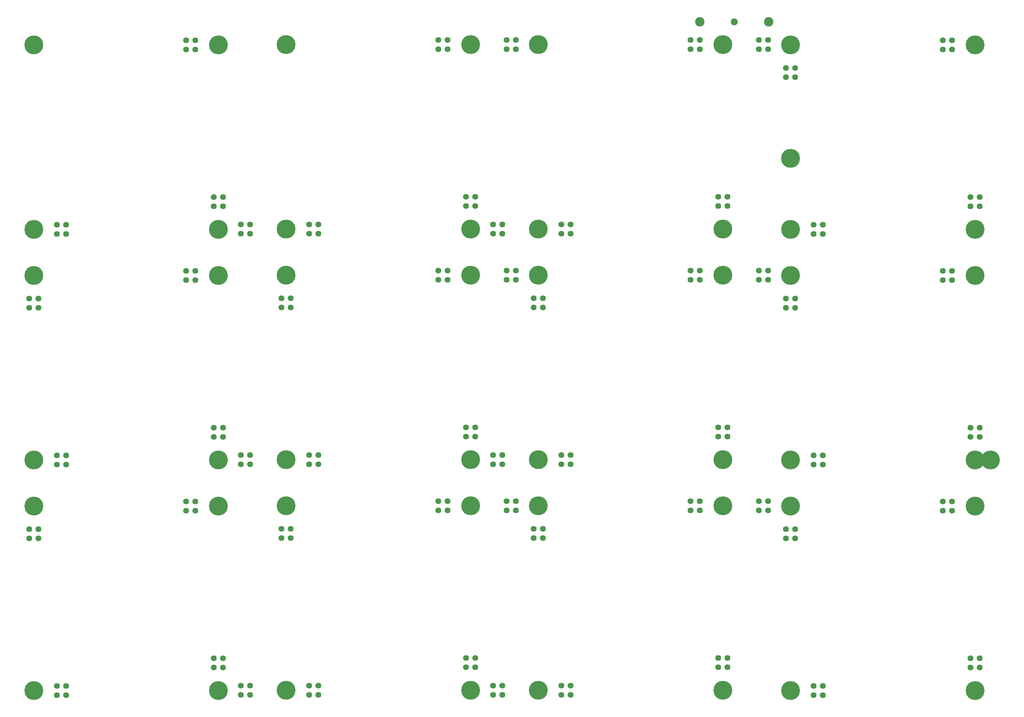
<source format=gts>
G04 Layer: TopSolderMaskLayer*
G04 EasyEDA v6.5.15, 2022-10-06 20:43:05*
G04 d80ca3a9b8d842dca4fe4369d2386359,5a6b42c53f6a479593ecc07194224c93,10*
G04 Gerber Generator version 0.2*
G04 Scale: 100 percent, Rotated: No, Reflected: No *
G04 Dimensions in millimeters *
G04 leading zeros omitted , absolute positions ,4 integer and 5 decimal *
%FSLAX45Y45*%
%MOMM*%

%ADD10C,5.2032*%
%ADD11C,1.6256*%
%ADD12C,2.6016*%
%ADD13C,1.9016*%

%LPD*%
D10*
G01*
X1016000Y15494000D03*
G01*
X6096000Y15494000D03*
G01*
X6096000Y20574000D03*
G01*
X1016000Y7874000D03*
G01*
X6096000Y7874000D03*
G01*
X6096000Y2794000D03*
G01*
X1016000Y2794000D03*
G01*
X6096000Y14224000D03*
G01*
X6096000Y9144000D03*
G01*
X1016000Y9144000D03*
G01*
X21844000Y15494000D03*
G01*
X26924000Y15494000D03*
G01*
X21844000Y20574000D03*
G01*
X21844000Y9144000D03*
G01*
X26924000Y9144000D03*
G01*
X21844000Y14224000D03*
G01*
X21844000Y2794000D03*
G01*
X26924000Y2794000D03*
G01*
X26924000Y7874000D03*
G01*
X21844000Y7874000D03*
G01*
X7957997Y9149105D03*
G01*
X13037997Y9149105D03*
G01*
X14902103Y9149105D03*
G01*
X19982103Y9149105D03*
G01*
X13037997Y15499105D03*
G01*
X14902103Y15499105D03*
G01*
X7957997Y2799105D03*
G01*
X13037997Y2799105D03*
G01*
X13037997Y7879105D03*
G01*
X14902103Y2799105D03*
G01*
X19982103Y2799105D03*
G01*
X14902103Y7879105D03*
D11*
G01*
X12402997Y20706105D03*
G01*
X12402997Y20452105D03*
G01*
X12148997Y20452105D03*
G01*
X12148997Y20706105D03*
G01*
X19347052Y20706105D03*
G01*
X19347103Y20452105D03*
G01*
X19093103Y20452105D03*
G01*
X19093103Y20706105D03*
G01*
X26289000Y20701000D03*
G01*
X26289000Y20447000D03*
G01*
X26035000Y20447000D03*
G01*
X26035000Y20701000D03*
G01*
X5461000Y20701000D03*
G01*
X5461000Y20447000D03*
G01*
X5207000Y20447000D03*
G01*
X5207000Y20701000D03*
G01*
X5461000Y14351000D03*
G01*
X5461000Y14097000D03*
G01*
X5207000Y14097000D03*
G01*
X5207000Y14351000D03*
G01*
X12402997Y14356105D03*
G01*
X12402997Y14102105D03*
G01*
X12148997Y14102105D03*
G01*
X12148997Y14356105D03*
G01*
X19347103Y14356105D03*
G01*
X19347103Y14102105D03*
G01*
X19093103Y14102105D03*
G01*
X19093103Y14356105D03*
G01*
X26289000Y14351000D03*
G01*
X26289000Y14097000D03*
G01*
X26035000Y14097000D03*
G01*
X26035000Y14351000D03*
G01*
X5461000Y8001000D03*
G01*
X5461000Y7747000D03*
G01*
X5207000Y7747000D03*
G01*
X5207000Y8001000D03*
G01*
X12402997Y8006105D03*
G01*
X12402997Y7752105D03*
G01*
X12148997Y7752105D03*
G01*
X12148997Y8006105D03*
G01*
X19347103Y8006105D03*
G01*
X19347103Y7752105D03*
G01*
X19093103Y7752105D03*
G01*
X19093103Y8006105D03*
G01*
X26289000Y8001000D03*
G01*
X26289000Y7747000D03*
G01*
X26035000Y7747000D03*
G01*
X26035000Y8001000D03*
G01*
X889000Y13335000D03*
G01*
X1143000Y13335000D03*
G01*
X1143000Y13589000D03*
G01*
X889000Y13589000D03*
G01*
X889000Y6985000D03*
G01*
X1143000Y6985000D03*
G01*
X1143000Y7239000D03*
G01*
X889000Y7239000D03*
G01*
X7830997Y6990105D03*
G01*
X8084997Y6990105D03*
G01*
X8084997Y7244105D03*
G01*
X7830997Y7244105D03*
G01*
X7830997Y13340105D03*
G01*
X8084997Y13340105D03*
G01*
X8084997Y13594105D03*
G01*
X7830997Y13594105D03*
G01*
X21717000Y19685000D03*
G01*
X21971000Y19685000D03*
G01*
X21971000Y19939000D03*
G01*
X21717000Y19939000D03*
G01*
X21717000Y13335000D03*
G01*
X21971000Y13335000D03*
G01*
X21971000Y13589000D03*
G01*
X21717000Y13589000D03*
G01*
X21717000Y6985000D03*
G01*
X21971000Y6985000D03*
G01*
X21971000Y7239000D03*
G01*
X21717000Y7239000D03*
G01*
X14775103Y6990105D03*
G01*
X15029103Y6990105D03*
G01*
X15029103Y7244105D03*
G01*
X14775103Y7244105D03*
G01*
X14775103Y13340105D03*
G01*
X15029103Y13340105D03*
G01*
X15029103Y13594105D03*
G01*
X14775103Y13594105D03*
G01*
X1651000Y15367000D03*
G01*
X1651000Y15621000D03*
G01*
X1905000Y15621000D03*
G01*
X1905000Y15367000D03*
G01*
X6223000Y16129000D03*
G01*
X5969000Y16129000D03*
G01*
X5969000Y16383000D03*
G01*
X6223000Y16383000D03*
G01*
X1905000Y9017000D03*
G01*
X1905000Y9271000D03*
G01*
X1651000Y9271000D03*
G01*
X1651000Y9017000D03*
G01*
X1905000Y2667000D03*
G01*
X1905000Y2921000D03*
G01*
X1651000Y2921000D03*
G01*
X1651000Y2667000D03*
G01*
X8846997Y2672105D03*
G01*
X8846997Y2926105D03*
G01*
X8592997Y2926105D03*
G01*
X8592997Y2672105D03*
G01*
X8846997Y9022105D03*
G01*
X8846997Y9276105D03*
G01*
X8592997Y9276105D03*
G01*
X8592997Y9022105D03*
G01*
X15791103Y2672105D03*
G01*
X15791103Y2926105D03*
G01*
X15537103Y2926105D03*
G01*
X15537103Y2672105D03*
G01*
X15791103Y9022105D03*
G01*
X15791103Y9276105D03*
G01*
X15537103Y9276105D03*
G01*
X15537103Y9022105D03*
G01*
X15791103Y15372105D03*
G01*
X15791103Y15626105D03*
G01*
X15537103Y15626105D03*
G01*
X15537103Y15372105D03*
G01*
X8846997Y15372105D03*
G01*
X8846997Y15626105D03*
G01*
X8592997Y15626105D03*
G01*
X8592997Y15372105D03*
G01*
X22733000Y15367000D03*
G01*
X22733000Y15621000D03*
G01*
X22479000Y15621000D03*
G01*
X22479000Y15367000D03*
G01*
X22733000Y9017000D03*
G01*
X22733000Y9271000D03*
G01*
X22479000Y9271000D03*
G01*
X22479000Y9017000D03*
G01*
X22733000Y2667000D03*
G01*
X22733000Y2921000D03*
G01*
X22479000Y2921000D03*
G01*
X22479000Y2667000D03*
G01*
X6223000Y10033000D03*
G01*
X5969000Y10033000D03*
G01*
X5969000Y9779000D03*
G01*
X6223000Y9779000D03*
G01*
X13164997Y16388105D03*
G01*
X12910997Y16388105D03*
G01*
X12910997Y16134105D03*
G01*
X13164997Y16134105D03*
G01*
X20109103Y16388105D03*
G01*
X19855103Y16388105D03*
G01*
X19855103Y16134105D03*
G01*
X20109103Y16134105D03*
G01*
X27051000Y16383000D03*
G01*
X26797000Y16383000D03*
G01*
X26797000Y16129000D03*
G01*
X27051000Y16129000D03*
D10*
G01*
X21844000Y17449800D03*
G01*
X27343100Y9144000D03*
D11*
G01*
X6223000Y3429000D03*
G01*
X5969000Y3429000D03*
G01*
X5969000Y3683000D03*
G01*
X6223000Y3683000D03*
D10*
G01*
X19982103Y7879105D03*
G01*
X7957997Y7879105D03*
G01*
X7957997Y15499105D03*
G01*
X19982103Y15499105D03*
D11*
G01*
X13908709Y15372105D03*
G01*
X13908709Y15626105D03*
G01*
X13654709Y15626105D03*
G01*
X13654709Y15372105D03*
G01*
X6964629Y15372105D03*
G01*
X6964629Y15626105D03*
G01*
X6710629Y15626105D03*
G01*
X6710629Y15372105D03*
G01*
X6964629Y9022105D03*
G01*
X6964629Y9276105D03*
G01*
X6710629Y9276105D03*
G01*
X6710629Y9022105D03*
G01*
X6964629Y2672105D03*
G01*
X6964629Y2926105D03*
G01*
X6710629Y2926105D03*
G01*
X6710629Y2672105D03*
G01*
X13908709Y2926105D03*
G01*
X13654709Y2926105D03*
G01*
X13654709Y2672105D03*
G01*
X13908709Y9022105D03*
G01*
X13908709Y9276105D03*
G01*
X13654709Y9276105D03*
G01*
X13654709Y9022105D03*
G01*
X14285391Y20706105D03*
G01*
X14285391Y20452105D03*
G01*
X14031391Y20452105D03*
G01*
X14031391Y20706105D03*
G01*
X14285391Y14356105D03*
G01*
X14285391Y14102105D03*
G01*
X14031391Y14102105D03*
G01*
X14031391Y14356105D03*
G01*
X14285391Y8006105D03*
G01*
X14285391Y7752105D03*
G01*
X14031391Y7752105D03*
G01*
X14031391Y8006105D03*
G01*
X21229497Y8006105D03*
G01*
X21229497Y7752105D03*
G01*
X20975497Y7752105D03*
G01*
X20975497Y8006105D03*
G01*
X21229497Y14356105D03*
G01*
X21229497Y14102105D03*
G01*
X20975497Y14102105D03*
G01*
X20975497Y14356105D03*
G01*
X21229497Y20706105D03*
G01*
X21229497Y20452105D03*
G01*
X20975497Y20452105D03*
G01*
X20975497Y20706105D03*
G01*
X13908709Y2672105D03*
D10*
G01*
X1016000Y20574000D03*
G01*
X1016000Y14224000D03*
G01*
X7957997Y14229105D03*
G01*
X13037997Y14229105D03*
G01*
X14902103Y14229105D03*
G01*
X19982103Y14229105D03*
G01*
X19982103Y20579105D03*
G01*
X14902103Y20579105D03*
G01*
X13037997Y20579105D03*
G01*
X7957997Y20579105D03*
G01*
X26924000Y20574000D03*
G01*
X26924000Y14224000D03*
D11*
G01*
X13164997Y3688105D03*
G01*
X12910997Y3688105D03*
G01*
X12910997Y3434105D03*
G01*
X13164997Y3434105D03*
G01*
X20109103Y3688105D03*
G01*
X19855103Y3688105D03*
G01*
X19855103Y3434105D03*
G01*
X20109103Y3434105D03*
G01*
X27051000Y3683000D03*
G01*
X26797000Y3683000D03*
G01*
X26797000Y3429000D03*
G01*
X27051000Y3429000D03*
G01*
X27051000Y10033000D03*
G01*
X26797000Y10033000D03*
G01*
X26797000Y9779000D03*
G01*
X27051000Y9779000D03*
G01*
X20109103Y10038105D03*
G01*
X19855103Y10038105D03*
G01*
X19855103Y9784105D03*
G01*
X20109103Y9784105D03*
G01*
X13164997Y10038105D03*
G01*
X12910997Y10038105D03*
G01*
X12910997Y9784105D03*
G01*
X13164997Y9784105D03*
D12*
G01*
X19347052Y21209000D03*
D13*
G01*
X20294600Y21209000D03*
D12*
G01*
X21242147Y21209000D03*
M02*

</source>
